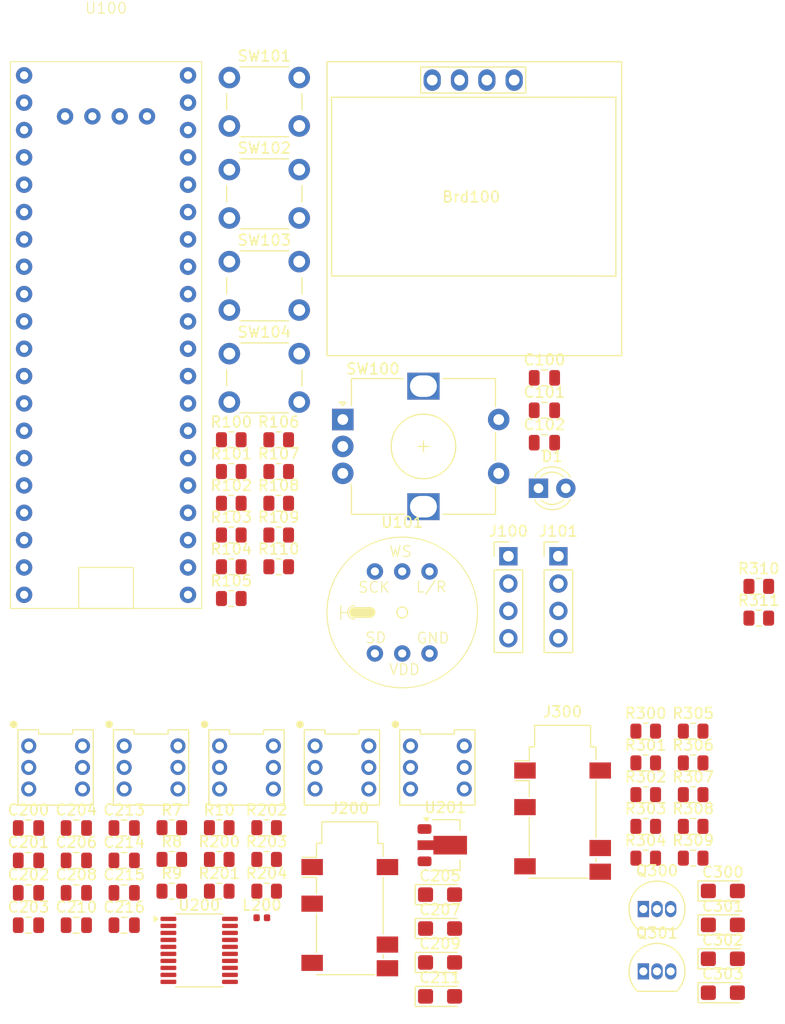
<source format=kicad_pcb>
(kicad_pcb (version 20240108) (generator "pcbnew") (generator_version "8.0")
  (layers (0 "F.Cu" signal) (31 "B.Cu" signal) (34 "B.Paste" user) (35 "F.Paste" user) (36 "B.SilkS" user "B.Silkscreen") (37 "F.SilkS" user "F.Silkscreen") (38 "B.Mask" user) (39 "F.Mask" user) (44 "Edge.Cuts" user))
  (net 0 "")
  (net 1 "I2C1_SCL")
  (net 2 "+3.3V")
  (net 3 "GND")
  (net 4 "I2C1_SDA")
  (net 5 "USR_SPK_MUTE_BTN")
  (net 6 "TIM3_CH1")
  (net 7 "TIM3_CH2")
  (net 8 "+5V")
  (net 9 "+5VA")
  (net 10 "/PCM5102/+5V_FILT")
  (net 11 "+3.3VA")
  (net 12 "/PCM5102/LDO")
  (net 13 "/PCM5102/NO_AMP_OUT_R")
  (net 14 "/PCM5102/NO_AMP_OUT_L")
  (net 15 "Net-(U200-CAPP)")
  (net 16 "Net-(U200-CAPM)")
  (net 17 "/PCM5102/VNEG")
  (net 18 "NO_AMP_R_CONNECTED")
  (net 19 "Net-(Q300-B)")
  (net 20 "Net-(Q300-C)")
  (net 21 "/headphone_amplifier/AMP_OUT_R")
  (net 22 "NO_AMP_L_CONNECTED")
  (net 23 "Net-(Q301-B)")
  (net 24 "Net-(Q301-C)")
  (net 25 "/headphone_amplifier/AMP_OUT_L")
  (net 26 "Net-(D1-K)")
  (net 27 "LED_MIC_MUTE")
  (net 28 "Net-(J100-Pin_3)")
  (net 29 "Net-(J100-Pin_4)")
  (net 30 "Net-(J100-Pin_2)")
  (net 31 "Net-(J100-Pin_1)")
  (net 32 "/MCU/USART1_RX")
  (net 33 "/MCU/USART1_TX")
  (net 34 "Net-(Q300-E)")
  (net 35 "Net-(Q301-E)")
  (net 36 "/PCM5102/LRCLK")
  (net 37 "I2S2_WS")
  (net 38 "I2S2_SD")
  (net 39 "/PCM5102/DIN")
  (net 40 "/PCM5102/BCK")
  (net 41 "I2S2_CK")
  (net 42 "/PCM5102/SCK_CFG")
  (net 43 "/PCM5102/SCK")
  (net 44 "Net-(R100-Pad1)")
  (net 45 "Net-(R102-Pad2)")
  (net 46 "USR_MIC_MUTE_BTN")
  (net 47 "USR_SCAN_NEXT_BTN")
  (net 48 "USR_SCAN_PREV_BTN")
  (net 49 "USR_PLAY_PAUSE_BTN")
  (net 50 "/PCM5102/OUTR")
  (net 51 "/PCM5102/OUTL")
  (net 52 "/PCM5102/NO_AMP_R_CONNECTED")
  (net 53 "/PCM5102/NO_AMP_L_CONNECTED")
  (net 54 "Net-(J300-PadRN)")
  (net 55 "Net-(J300-PadTN)")
  (net 58 "I2S2_MCK")
  (net 59 "/PCM5102/FLT_CFG")
  (net 62 "/PCM5102/DEMP_CFG")
  (net 64 "/PCM5102/XSMT_CFG")
  (net 66 "/PCM5102/FMT_CFG")
  (net 73 "I2S3_CK")
  (net 76 "I2S3_SD")
  (net 84 "I2S3_WS")
  (footprint "Connector_PinHeader_2.54mm:PinHeader_1x04_P2.54mm_Vertical" (layer "F.Cu") (at 154.855 89.95)
    (property "Reference" "J101" (at 0 -2.33 0) (layer "F.SilkS"))
    (property "Value" "Conn_01x04_Pin")
    (pad "1" thru_hole rect (at 0 0) (size 1.7 1.7) (drill 1) (layers "*.Cu" "*.Mask") (net 3 "GND"))
    (pad "2" thru_hole oval (at 0 2.54) (size 1.7 1.7) (drill 1) (layers "*.Cu" "*.Mask") (net 33 "/MCU/USART1_TX"))
    (pad "3" thru_hole oval (at 0 5.08) (size 1.7 1.7) (drill 1) (layers "*.Cu" "*.Mask") (net 32 "/MCU/USART1_RX"))
    (pad "4" thru_hole oval (at 0 7.62) (size 1.7 1.7) (drill 1) (layers "*.Cu" "*.Mask") (net 2 "+3.3V"))
  )
  (footprint "Resistor_SMD:R_0805_2012Metric" (layer "F.Cu") (at 162.975 115.05)
    (property "Reference" "R303" (at 0 -1.65 0) (layer "F.SilkS"))
    (property "Value" "22R")
    (pad "1" smd roundrect (at -0.9125 0) (size 1.025 1.4) (layers "F.Cu" "F.Paste" "F.Mask") (roundrect_rratio 0.243902) (net 34 "Net-(Q300-E)"))
    (pad "2" smd roundrect (at 0.9125 0) (size 1.025 1.4) (layers "F.Cu" "F.Paste" "F.Mask") (roundrect_rratio 0.243902) (net 3 "GND"))
  )
  (footprint "Button_Switch_THT:SW_PUSH_6mm" (layer "F.Cu") (at 124.255 62.58)
    (property "Reference" "SW103" (at 3.25 -2 0) (layer "F.SilkS"))
    (property "Value" "~")
    (pad "1" thru_hole circle (at 0 0 90) (size 2 2) (drill 1.1) (layers "*.Cu" "*.Mask") (net 48 "USR_SCAN_PREV_BTN"))
    (pad "1" thru_hole circle (at 6.5 0 90) (size 2 2) (drill 1.1) (layers "*.Cu" "*.Mask") (net 48 "USR_SCAN_PREV_BTN"))
    (pad "2" thru_hole circle (at 0 4.5 90) (size 2 2) (drill 1.1) (layers "*.Cu" "*.Mask") (net 2 "+3.3V"))
    (pad "2" thru_hole circle (at 6.5 4.5 90) (size 2 2) (drill 1.1) (layers "*.Cu" "*.Mask") (net 2 "+3.3V"))
  )
  (footprint "Resistor_SMD:R_0805_2012Metric" (layer "F.Cu") (at 124.435 82.08)
    (property "Reference" "R101" (at 0 -1.65 0) (layer "F.SilkS"))
    (property "Value" "10kR")
    (pad "1" smd roundrect (at -0.9125 0) (size 1.025 1.4) (layers "F.Cu" "F.Paste" "F.Mask") (roundrect_rratio 0.243902) (net 2 "+3.3V"))
    (pad "2" smd roundrect (at 0.9125 0) (size 1.025 1.4) (layers "F.Cu" "F.Paste" "F.Mask") (roundrect_rratio 0.243902) (net 44 "Net-(R100-Pad1)"))
  )
  (footprint "Resistor_SMD:R_0805_2012Metric" (layer "F.Cu") (at 167.385 115.05)
    (property "Reference" "R308" (at 0 -1.65 0) (layer "F.SilkS"))
    (property "Value" "100kR")
    (pad "1" smd roundrect (at -0.9125 0) (size 1.025 1.4) (layers "F.Cu" "F.Paste" "F.Mask") (roundrect_rratio 0.243902) (net 54 "Net-(J300-PadRN)"))
    (pad "2" smd roundrect (at 0.9125 0) (size 1.025 1.4) (layers "F.Cu" "F.Paste" "F.Mask") (roundrect_rratio 0.243902) (net 3 "GND"))
  )
  (footprint "Resistor_SMD:R_0805_2012Metric" (layer "F.Cu") (at 123.315 118.12)
    (property "Reference" "R200" (at 0 -1.65 0) (layer "F.SilkS"))
    (property "Value" "10R")
    (pad "1" smd roundrect (at -0.9125 0) (size 1.025 1.4) (layers "F.Cu" "F.Paste" "F.Mask") (roundrect_rratio 0.243902) (net 10 "/PCM5102/+5V_FILT"))
    (pad "2" smd roundrect (at 0.9125 0) (size 1.025 1.4) (layers "F.Cu" "F.Paste" "F.Mask") (roundrect_rratio 0.243902) (net 9 "+5VA"))
  )
  (footprint "stm32f401_pcm5102_shiled_lib:SW_DPDT_XLX" (layer "F.Cu") (at 143.6 109.575)
    (property "Reference" "SW204" (hide yes))
    (property "Value" "SW_DPDT_XLX")
    (pad "1" thru_hole oval (at -2.5 -2 270) (size 1.4 1.4) (drill 0.8) (layers "B.Cu") (net 2 "+3.3V"))
    (pad "2" thru_hole oval (at -2.5 0 270) (size 1.4 1.4) (drill 0.8) (layers "B.Cu"))
    (pad "3" thru_hole oval (at -2.5 2 270) (size 1.4 1.4) (drill 0.8) (layers "B.Cu") (net 3 "GND"))
    (pad "4" thru_hole oval (at 2.5 -2 270) (size 1.4 1.4) (drill 0.8) (layers "B.Cu") (net 2 "+3.3V"))
    (pad "5" thru_hole oval (at 2.5 0 270) (size 1.4 1.4) (drill 0.8) (layers "B.Cu") (net 66 "/PCM5102/FMT_CFG"))
    (pad "6" thru_hole oval (at 2.5 2 270) (size 1.4 1.4) (drill 0.8) (layers "B.Cu") (net 3 "GND"))
  )
  (footprint "Resistor_SMD:R_0805_2012Metric" (layer "F.Cu") (at 128.845 85.03)
    (property "Reference" "R108" (at 0 -1.65 0) (layer "F.SilkS"))
    (property "Value" "10kR")
    (pad "1" smd roundrect (at -0.9125 0) (size 1.025 1.4) (layers "F.Cu" "F.Paste" "F.Mask") (roundrect_rratio 0.243902) (net 48 "USR_SCAN_PREV_BTN"))
    (pad "2" smd roundrect (at 0.9125 0) (size 1.025 1.4) (layers "F.Cu" "F.Paste" "F.Mask") (roundrect_rratio 0.243902) (net 3 "GND"))
  )
  (footprint "Capacitor_SMD:C_0805_2012Metric" (layer "F.Cu") (at 110.025 115.2)
    (property "Reference" "C204" (at 0 -1.68 0) (layer "F.SilkS"))
    (property "Value" "100nF")
    (pad "1" smd roundrect (at -0.95 0) (size 1 1.45) (layers "F.Cu" "F.Paste" "F.Mask") (net 11 "+3.3VA"))
    (pad "2" smd roundrect (at 0.95 0) (size 1 1.45) (layers "F.Cu" "F.Paste" "F.Mask") (net 3 "GND"))
  )
  (footprint "Resistor_SMD:R_0805_2012Metric" (layer "F.Cu") (at 162.975 112.1)
    (property "Reference" "R302" (at 0 -1.65 0) (layer "F.SilkS"))
    (property "Value" "100R")
    (pad "1" smd roundrect (at -0.9125 0) (size 1.025 1.4) (layers "F.Cu" "F.Paste" "F.Mask") (roundrect_rratio 0.243902) (net 9 "+5VA"))
    (pad "2" smd roundrect (at 0.9125 0) (size 1.025 1.4) (layers "F.Cu" "F.Paste" "F.Mask") (roundrect_rratio 0.243902) (net 20 "Net-(Q300-C)"))
  )
  (footprint "Connector_Audio:Jack_3.5mm_PJ311_Horizontal" (layer "F.Cu") (at 155.245 114.56)
    (property "Reference" "J300" (at 0 -10.16 0) (layer "F.SilkS"))
    (property "Value" "AudioJack3_Ground_SwitchTR")
    (pad "" np_thru_hole circle (at 0 -4.3) (size 1.5 1.5) (drill 1.5) (layers "*.Cu" "*.Mask"))
    (pad "" np_thru_hole circle (at 0 2.7) (size 1.5 1.5) (drill 1.5) (layers "*.Cu" "*.Mask"))
    (pad "1" smd rect (at -3.5 -4.7) (size 2 1.5) (layers "F.Cu" "F.Paste" "F.Mask"))
    (pad "2" smd rect (at 3.5 -4.7) (size 2 1.5) (layers "F.Cu" "F.Paste" "F.Mask"))
    (pad "3" smd rect (at -3.5 -1.3) (size 2 1.5) (layers "F.Cu" "F.Paste" "F.Mask"))
    (pad "4" smd rect (at 3.5 2.5) (size 2 1.5) (layers "F.Cu" "F.Paste" "F.Mask"))
    (pad "5" smd rect (at 3.5 4.7) (size 2 1.5) (layers "F.Cu" "F.Paste" "F.Mask"))
    (pad "6" smd rect (at -3.5 4.2) (size 2 1.5) (layers "F.Cu" "F.Paste" "F.Mask"))
  )
  (footprint "Resistor_SMD:R_0805_2012Metric" (layer "F.Cu") (at 124.435 85.03)
    (property "Reference" "R102" (at 0 -1.65 0) (layer "F.SilkS"))
    (property "Value" "10kR")
    (pad "1" smd roundrect (at -0.9125 0) (size 1.025 1.4) (layers "F.Cu" "F.Paste" "F.Mask") (roundrect_rratio 0.243902) (net 2 "+3.3V"))
    (pad "2" smd roundrect (at 0.9125 0) (size 1.025 1.4) (layers "F.Cu" "F.Paste" "F.Mask") (roundrect_rratio 0.243902) (net 45 "Net-(R102-Pad2)"))
  )
  (footprint "stm32f401_pcm5102_shiled_lib:SW_DPDT_XLX" (layer "F.Cu") (at 125.85 109.575)
    (property "Reference" "SW202" (hide yes))
    (property "Value" "SW_DPDT_XLX")
    (pad "1" thru_hole oval (at -2.5 -2 270) (size 1.4 1.4) (drill 0.8) (layers "B.Cu") (net 2 "+3.3V"))
    (pad "2" thru_hole oval (at -2.5 0 270) (size 1.4 1.4) (drill 0.8) (layers "B.Cu"))
    (pad "3" thru_hole oval (at -2.5 2 270) (size 1.4 1.4) (drill 0.8) (layers "B.Cu") (net 3 "GND"))
    (pad "4" thru_hole oval (at 2.5 -2 270) (size 1.4 1.4) (drill 0.8) (layers "B.Cu") (net 2 "+3.3V"))
    (pad "5" thru_hole oval (at 2.5 0 270) (size 1.4 1.4) (drill 0.8) (layers "B.Cu") (net 62 "/PCM5102/DEMP_CFG"))
    (pad "6" thru_hole oval (at 2.5 2 270) (size 1.4 1.4) (drill 0.8) (layers "B.Cu") (net 3 "GND"))
  )
  (footprint "Capacitor_SMD:C_0805_2012Metric" (layer "F.Cu") (at 153.555 76.39)
    (property "Reference" "C101" (at 0 -1.68 0) (layer "F.SilkS"))
    (property "Value" "100nF")
    (pad "1" smd roundrect (at -0.95 0) (size 1 1.45) (layers "F.Cu" "F.Paste" "F.Mask") (net 6 "TIM3_CH1"))
    (pad "2" smd roundrect (at 0.95 0) (size 1 1.45) (layers "F.Cu" "F.Paste" "F.Mask") (net 3 "GND"))
  )
  (footprint "Resistor_SMD:R_0805_2012Metric" (layer "F.Cu") (at 118.905 115.17)
    (property "Reference" "R7" (at 0 -1.65 0) (layer "F.SilkS"))
    (property "Value" "22R")
    (pad "1" smd roundrect (at -0.9125 0) (size 1.025 1.4) (layers "F.Cu" "F.Paste" "F.Mask") (roundrect_rratio 0.243902) (net 37 "I2S2_WS"))
    (pad "2" smd roundrect (at 0.9125 0) (size 1.025 1.4) (layers "F.Cu" "F.Paste" "F.Mask") (roundrect_rratio 0.243902) (net 36 "/PCM5102/LRCLK"))
  )
  (footprint "Capacitor_SMD:C_0805_2012Metric" (layer "F.Cu") (at 153.555 73.38)
    (property "Reference" "C100" (at 0 -1.68 0) (layer "F.SilkS"))
    (property "Value" "100nF")
    (pad "1" smd roundrect (at -0.95 0) (size 1 1.45) (layers "F.Cu" "F.Paste" "F.Mask") (net 5 "USR_SPK_MUTE_BTN"))
    (pad "2" smd roundrect (at 0.95 0) (size 1 1.45) (layers "F.Cu" "F.Paste" "F.Mask") (net 3 "GND"))
  )
  (footprint "Resistor_SMD:R_0805_2012Metric" (layer "F.Cu") (at 118.905 118.12)
    (property "Reference" "R8" (at 0 -1.65 0) (layer "F.SilkS"))
    (property "Value" "22R")
    (pad "1" smd roundrect (at -0.9125 0) (size 1.025 1.4) (layers "F.Cu" "F.Paste" "F.Mask") (roundrect_rratio 0.243902) (net 38 "I2S2_SD"))
    (pad "2" smd roundrect (at 0.9125 0) (size 1.025 1.4) (layers "F.Cu" "F.Paste" "F.Mask") (roundrect_rratio 0.243902) (net 39 "/PCM5102/DIN"))
  )
  (footprint "Resistor_SMD:R_0805_2012Metric" (layer "F.Cu") (at 173.4875 92.75)
    (property "Reference" "R310" (at 0 -1.65 0) (layer "F.SilkS"))
    (property "Value" "100kR")
    (pad "1" smd roundrect (at -0.9125 0) (size 1.025 1.4) (layers "F.Cu" "F.Paste" "F.Mask") (roundrect_rratio 0.243902) (net 3 "GND"))
    (pad "2" smd roundrect (at 0.9125 0) (size 1.025 1.4) (layers "F.Cu" "F.Paste" "F.Mask") (roundrect_rratio 0.243902) (net 18 "NO_AMP_R_CONNECTED"))
  )
  (footprint "LED_THT:LED_D3.0mm" (layer "F.Cu") (at 153.005 83.64)
    (property "Reference" "D1" (at 1.27 -2.96 0) (layer "F.SilkS"))
    (property "Value" "LED")
    (pad "1" thru_hole rect (at 0 0) (size 1.8 1.8) (drill 0.9) (layers "*.Cu" "*.Mask") (net 26 "Net-(D1-K)"))
    (pad "2" thru_hole circle (at 2.54 0) (size 1.8 1.8) (drill 0.9) (layers "*.Cu" "*.Mask") (net 27 "LED_MIC_MUTE"))
  )
  (footprint "Capacitor_Tantalum_SMD:CP_EIA-3216-18_Kemet-A" (layer "F.Cu") (at 170.15 130.5)
    (property "Reference" "C303" (at 0 -1.75 0) (layer "F.SilkS"))
    (property "Value" "10uF")
    (pad "1" smd roundrect (at -1.35 0) (size 1.4 1.35) (layers "F.Cu" "F.Paste" "F.Mask") (roundrect_rratio 0.185185) (net 24 "Net-(Q301-C)"))
    (pad "2" smd roundrect (at 1.35 0) (size 1.4 1.35) (layers "F.Cu" "F.Paste" "F.Mask") (roundrect_rratio 0.185185) (net 25 "/headphone_amplifier/AMP_OUT_L"))
  )
  (footprint "Package_SO:TSSOP-20_4.4x6.5mm_P0.65mm" (layer "F.Cu") (at 121.45 126.57)
    (property "Reference" "U200" (at 0 -4.2 0) (layer "F.SilkS"))
    (property "Value" "PCM5102A")
    (pad "1" smd roundrect (at -2.8625 -2.925) (size 1.475 0.4) (layers "F.Cu" "F.Paste" "F.Mask") (net 11 "+3.3VA"))
    (pad "2" smd roundrect (at -2.8625 -2.275) (size 1.475 0.4) (layers "F.Cu" "F.Paste" "F.Mask") (net 15 "Net-(U200-CAPP)"))
    (pad "3" smd roundrect (at -2.8625 -1.625) (size 1.475 0.4) (layers "F.Cu" "F.Paste" "F.Mask") (net 3 "GND"))
    (pad "4" smd roundrect (at -2.8625 -0.975) (size 1.475 0.4) (layers "F.Cu" "F.Paste" "F.Mask") (net 16 "Net-(U200-CAPM)"))
    (pad "5" smd roundrect (at -2.8625 -0.325) (size 1.475 0.4) (layers "F.Cu" "F.Paste" "F.Mask") (net 17 "/PCM5102/VNEG"))
    (pad "6" smd roundrect (at -2.8625 0.325) (size 1.475 0.4) (layers "F.Cu" "F.Paste" "F.Mask") (net 51 "/PCM5102/OUTL"))
    (pad "7" smd roundrect (at -2.8625 0.975) (size 1.475 0.4) (layers "F.Cu" "F.Paste" "F.Mask") (net 50 "/PCM5102/OUTR"))
    (pad "8" smd roundrect (at -2.8625 1.625) (size 1.475 0.4) (layers "F.Cu" "F.Paste" "F.Mask") (net 11 "+3.3VA"))
    (pad "9" smd roundrect (at -2.8625 2.275) (size 1.475 0.4) (layers "F.Cu" "F.Paste" "F.Mask") (net 3 "GND"))
    (pad "10" smd roundrect (at -2.8625 2.925) (size 1.475 0.4) (layers "F.Cu" "F.Paste" "F.Mask") (net 62 "/PCM5102/DEMP_CFG"))
    (pad "11" smd roundrect (at 2.8625 2.925) (size 1.475 0.4) (layers "F.Cu" "F.Paste" "F.Mask") (net 59 "/PCM5102/FLT_CFG"))
    (pad "12" smd roundrect (at 2.8625 2.275) (size 1.475 0.4) (layers "F.Cu" "F.Paste" "F.Mask") (net 43 "/PCM5102/SCK"))
    (pad "13" smd roundrect (at 2.8625 1.625) (size 1.475 0.4) (layers "F.Cu" "F.Paste" "F.Mask") (net 40 "/PCM5102/BCK"))
    (pad "14" smd roundrect (at 2.8625 0.975) (size 1.475 0.4) (layers "F.Cu" "F.Paste" "F.Mask") (net 39 "/PCM5102/DIN"))
    (pad "15" smd roundrect (at 2.8625 0.325) (size 1.475 0.4) (layers "F.Cu" "F.Paste" "F.Mask") (net 36 "/PCM5102/LRCLK"))
    (pad "16" smd roundrect (at 2.8625 -0.325) (size 1.475 0.4) (layers "F.Cu" "F.Paste" "F.Mask") (net 66 "/PCM5102/FMT_CFG"))
    (pad "17" smd roundrect (at 2.8625 -0.975) (size 1.475 0.4) (layers "F.Cu" "F.Paste" "F.Mask") (net 64 "/PCM5102/XSMT_CFG"))
    (pad "18" smd roundrect (at 2.8625 -1.625) (size 1.475 0.4) (layers "F.Cu" "F.Paste" "F.Mask") (net 12 "/PCM5102/LDO"))
    (pad "19" smd roundrect (at 2.8625 -2.275) (size 1.475 0.4) (layers "F.Cu" "F.Paste" "F.Mask") (net 3 "GND"))
    (pad "20" smd roundrect (at 2.8625 -2.925) (size 1.475 0.4) (layers "F.Cu" "F.Paste" "F.Mask") (net 2 "+3.3V"))
  )
  (footprint "stm32f401_pcm5102_shiled_lib:SW_DPDT_XLX" (layer "F.Cu") (at 134.725 109.575)
    (property "Reference" "SW203" (hide yes))
    (property "Value" "SW_DPDT_XLX")
    (pad "1" thru_hole oval (at -2.5 -2 270) (size 1.4 1.4) (drill 0.8) (layers "B.Cu") (net 2 "+3.3V"))
    (pad "2" thru_hole oval (at -2.5 0 270) (size 1.4 1.4) (drill 0.8) (layers "B.Cu"))
    (pad "3" thru_hole oval (at -2.5 2 270) (size 1.4 1.4) (drill 0.8) (layers "B.Cu") (net 3 "GND"))
    (pad "4" thru_hole oval (at 2.5 -2 270) (size 1.4 1.4) (drill 0.8) (layers "B.Cu") (net 2 "+3.3V"))
    (pad "5" thru_hole oval (at 2.5 0 270) (size 1.4 1.4) (drill 0.8) (layers "B.Cu") (net 64 "/PCM5102/XSMT_CFG"))
    (pad "6" thru_hole oval (at 2.5 2 270) (size 1.4 1.4) (drill 0.8) (layers "B.Cu") (net 3 "GND"))
  )
  (footprint "Capacitor_SMD:C_0805_2012Metric" (layer "F.Cu") (at 110.025 124.23)
    (property "Reference" "C210" (at 0 -1.68 0) (layer "F.SilkS"))
    (property "Value" "100nF")
    (pad "1" smd roundrect (at -0.95 0) (size 1 1.45) (layers "F.Cu" "F.Paste" "F.Mask") (net 12 "/PCM5102/LDO"))
    (pad "2" smd roundrect (at 0.95 0) (size 1 1.45) (layers "F.Cu" "F.Paste" "F.Mask") (net 3 "GND"))
  )
  (footprint "Resistor_SMD:R_0805_2012Metric" (layer "F.Cu") (at 128.845 90.93)
    (property "Reference" "R110" (at 0 -1.65 0) (layer "F.SilkS"))
    (property "Value" "1kR")
    (pad "1" smd roundrect (at -0.9125 0) (size 1.025 1.4) (layers "F.Cu" "F.Paste" "F.Mask") (roundrect_rratio 0.243902) (net 26 "Net-(D1-K)"))
    (pad "2" smd roundrect (at 0.9125 0) (size 1.025 1.4) (layers "F.Cu" "F.Paste" "F.Mask") (roundrect_rratio 0.243902) (net 3 "GND"))
  )
  (footprint "Capacitor_SMD:C_0805_2012Metric" (layer "F.Cu") (at 110.025 118.21)
    (property "Reference" "C206" (at 0 -1.68 0) (layer "F.SilkS"))
    (property "Value" "100nF")
    (pad "1" smd roundrect (at -0.95 0) (size 1 1.45) (layers "F.Cu" "F.Paste" "F.Mask") (net 11 "+3.3VA"))
    (pad "2" smd roundrect (at 0.95 0) (size 1 1.45) (layers "F.Cu" "F.Paste" "F.Mask") (net 3 "GND"))
  )
  (footprint "Resistor_SMD:R_0805_2012Metric" (layer "F.Cu") (at 124.435 90.93)
    (property "Reference" "R104" (at 0 -1.65 0) (layer "F.SilkS"))
    (property "Value" "10kR")
    (pad "1" smd roundrect (at -0.9125 0) (size 1.025 1.4) (layers "F.Cu" "F.Paste" "F.Mask") (roundrect_rratio 0.243902) (net 7 "TIM3_CH2"))
    (pad "2" smd roundrect (at 0.9125 0) (size 1.025 1.4) (layers "F.Cu" "F.Paste" "F.Mask") (roundrect_rratio 0.243902) (net 45 "Net-(R102-Pad2)"))
  )
  (footprint "Resistor_SMD:R_0805_2012Metric" (layer "F.Cu") (at 123.315 115.17)
    (property "Reference" "R10" (at 0 -1.65 0) (layer "F.SilkS"))
    (property "Value" "22R")
    (pad "1" smd roundrect (at -0.9125 0) (size 1.025 1.4) (layers "F.Cu" "F.Paste" "F.Mask") (roundrect_rratio 0.243902) (net 42 "/PCM5102/SCK_CFG"))
    (pad "2" smd roundrect (at 0.9125 0) (size 1.025 1.4) (layers "F.Cu" "F.Paste" "F.Mask") (roundrect_rratio 0.243902) (net 43 "/PCM5102/SCK"))
  )
  (footprint "Resistor_SMD:R_0805_2012Metric" (layer "F.Cu") (at 167.385 112.1)
    (property "Reference" "R307" (at 0 -1.65 0) (layer "F.SilkS"))
    (property "Value" "22R")
    (pad "1" smd roundrect (at -0.9125 0) (size 1.025 1.4) (layers "F.Cu" "F.Paste" "F.Mask") (roundrect_rratio 0.243902) (net 35 "Net-(Q301-E)"))
    (pad "2" smd roundrect (at 0.9125 0) (size 1.025 1.4) (layers "F.Cu" "F.Paste" "F.Mask") (roundrect_rratio 0.243902) (net 3 "GND"))
  )
  (footprint "Button_Switch_THT:SW_PUSH_6mm" (layer "F.Cu") (at 124.255 54.03)
    (property "Reference" "SW102" (at 3.25 -2 0) (layer "F.SilkS"))
    (property "Value" "~")
    (pad "1" thru_hole circle (at 0 0 90) (size 2 2) (drill 1.1) (layers "*.Cu" "*.Mask") (net 47 "USR_SCAN_NEXT_BTN"))
    (pad "1" thru_hole circle (at 6.5 0 90) (size 2 2) (drill 1.1) (layers "*.Cu" "*.Mask") (net 47 "USR_SCAN_NEXT_BTN"))
    (pad "2" thru_hole circle (at 0 4.5 90) (size 2 2) (drill 1.1) (layers "*.Cu" "*.Mask") (net 2 "+3.3V"))
    (pad "2" thru_hole circle (at 6.5 4.5 90) (size 2 2) (drill 1.1) (layers "*.Cu" "*.Mask") (net 2 "+3.3V"))
  )
  (footprint "Resistor_SMD:R_0805_2012Metric" (layer "F.Cu") (at 167.385 109.15)
    (property "Reference" "R306" (at 0 -1.65 0) (layer "F.SilkS"))
    (property "Value" "100R")
    (pad "1" smd roundrect (at -0.9125 0) (size 1.025 1.4) (layers "F.Cu" "F.Paste" "F.Mask") (roundrect_rratio 0.243902) (net 9 "+5VA"))
    (pad "2" smd roundrect (at 0.9125 0) (size 1.025 1.4) (layers "F.Cu" "F.Paste" "F.Mask") (roundrect_rratio 0.243902) (net 24 "Net-(Q301-C)"))
  )
  (footprint "Resistor_SMD:R_0805_2012Metric" (layer "F.Cu") (at 173.4875 95.7)
    (property "Reference" "R311" (at 0 -1.65 0) (layer "F.SilkS"))
    (property "Value" "100kR")
    (pad "1" smd roundrect (at -0.9125 0) (size 1.025 1.4) (layers "F.Cu" "F.Paste" "F.Mask") (roundrect_rratio 0.243902) (net 3 "GND"))
    (pad "2" smd roundrect (at 0.9125 0) (size 1.025 1.4) (layers "F.Cu" "F.Paste" "F.Mask") (roundrect_rratio 0.243902) (net 22 "NO_AMP_L_CONNECTED"))
  )
  (footprint "Rotary_Encoder:RotaryEncoder_Alps_EC12E-Switch_Vertical_H20mm" (layer "F.Cu") (at 134.805 77.25)
    (property "Reference" "SW100" (at 2.8 -4.7 0) (layer "F.SilkS"))
    (property "Value" "RotaryEncoder_Switch_MP")
    (pad "A" thru_hole rect (at 0 0) (size 2 2) (drill 1) (layers "*.Cu" "*.Mask") (net 45 "Net-(R102-Pad2)"))
    (pad "B" thru_hole circle (at 0 5) (size 2 2) (drill 1) (layers "*.Cu" "*.Mask") (net 45 "Net-(R102-Pad2)"))
    (pad "C" thru_hole circle (at 0 2.5) (size 2 2) (drill 1) (layers "*.Cu" "*.Mask") (net 3 "GND"))
    (pad "MP" thru_hole rect (at 7.5 -3.1) (size 3 2.5) (drill oval 2.5 2) (layers "*.Cu" "*.Mask"))
    (pad "MP" thru_hole rect (at 7.5 8.1) (size 3 2.5) (drill oval 2.5 2) (layers "*.Cu" "*.Mask"))
    (pad "S1" thru_hole circle (at 14.5 0) (size 2 2) (drill 1) (layers "*.Cu" "*.Mask") (net 3 "GND"))
    (pad "S2" thru_hole circle (at 14.5 5) (size 2 2) (drill 1) (layers "*.Cu" "*.Mask") (net 44 "Net-(R100-Pad1)"))
  )
  (footprint "Resistor_SMD:R_0805_2012Metric" (layer "F.Cu") (at 162.975 106.2)
    (property "Reference" "R300" (at 0 -1.65 0) (layer "F.SilkS"))
    (property "Value" "3k3R")
    (pad "1" smd roundrect (at -0.9125 0) (size 1.025 1.4) (layers "F.Cu" "F.Paste" "F.Mask") (roundrect_rratio 0.243902) (net 9 "+5VA"))
    (pad "2" smd roundrect (at 0.9125 0) (size 1.025 1.4) (layers "F.Cu" "F.Paste" "F.Mask") (roundrect_rratio 0.243902) (net 19 "Net-(Q300-B)"))
  )
  (footprint "Capacitor_SMD:C_0805_2012Metric" (layer "F.Cu") (at 105.575 121.22)
    (property "Reference" "C202" (at 0 -1.68 0) (layer "F.SilkS"))
    (property "Value" "22uF")
    (pad "1" smd roundrect (at -0.95 0) (size 1 1.45) (layers "F.Cu" "F.Paste" "F.Mask") (net 10 "/PCM5102/+5V_FILT"))
    (pad "2" smd roundrect (at 0.95 0) (size 1 1.45) (layers "F.Cu" "F.Paste" "F.Mask") (net 3 "GND"))
  )
  (footprint "Capacitor_SMD:C_0805_2012Metric" (layer "F.Cu") (at 114.475 118.21)
    (property "Reference" "C214" (at 0 -1.68 0) (layer "F.SilkS"))
    (property "Value" "2.2nF")
    (pad "1" smd roundrect (at -0.95 0) (size 1 1.45) (layers "F.Cu" "F.Paste" "F.Mask") (net 14 "/PCM5102/NO_AMP_OUT_L"))
    (pad "2" smd roundrect (at 0.95 0) (size 1 1.45) (layers "F.Cu" "F.Paste" "F.Mask") (net 3 "GND"))
  )
  (footprint "Resistor_SMD:R_0805_2012Metric" (layer "F.Cu") (at 127.725 121.07)
    (property "Reference" "R204" (at 0 -1.65 0) (layer "F.SilkS"))
    (property "Value" "10R")
    (pad "1" smd roundrect (at -0.9125 0) (size 1.025 1.4) (layers "F.Cu" "F.Paste" "F.Mask") (roundrect_rratio 0.243902) (net 3 "GND"))
    (pad "2" smd roundrect (at 0.9125 0) (size 1.025 1.4) (layers "F.Cu" "F.Paste" "F.Mask") (roundrect_rratio 0.243902) (net 53 "/PCM5102/NO_AMP_L_CONNECTED"))
  )
  (footprint "Inductor_SMD:L_0402_1005Metric" (layer "F.Cu") (at 127.275 123.54)
    (property "Reference" "L200" (at 0 -1.17 0) (layer "F.SilkS"))
    (property "Value" "10nH")
    (pad "1" smd roundrect (at -0.485 0) (size 0.59 0.64) (layers "F.Cu" "F.Paste" "F.Mask") (net 8 "+5V"))
    (pad "2" smd roundrect (at 0.485 0) (size 0.59 0.64) (layers "F.Cu" "F.Paste" "F.Mask") (net 9 "+5VA"))
  )
  (footprint "Button_Switch_THT:SW_PUSH_6mm" (layer "F.Cu") (at 124.255 71.13)
    (property "Reference" "SW104" (at 3.25 -2 0) (layer "F.SilkS"))
    (property "Value" "~")
    (pad "1" thru_hole circle (at 0 0 90) (size 2 2) (drill 1.1) (layers "*.Cu" "*.Mask") (net 49 "USR_PLAY_PAUSE_BTN"))
    (pad "1" thru_hole circle (at 6.5 0 90) (size 2 2) (drill 1.1) (layers "*.Cu" "*.Mask") (net 49 "USR_PLAY_PAUSE_BTN"))
    (pad "2" thru_hole circle (at 0 4.5 90) (size 2 2) (drill 1.1) (layers "*.Cu" "*.Mask") (net 2 "+3.3V"))
    (pad "2" thru_hole circle (at 6.5 4.5 90) (size 2 2) (drill 1.1) (layers "*.Cu" "*.Mask") (net 2 "+3.3V"))
  )
  (footprint "Resistor_SMD:R_0805_2012Metric" (layer "F.Cu") (at 167.385 106.2)
    (property "Reference" "R305" (at 0 -1.65 0) (layer "F.SilkS"))
    (property "Value" "1kR")
    (pad "1" smd roundrect (at -0.9125 0) (size 1.025 1.4) (layers "F.Cu" "F.Paste" "F.Mask") (roundrect_rratio 0.243902) (net 23 "Net-(Q301-B)"))
    (pad "2" smd roundrect (at 0.9125 0) (size 1.025 1.4) (layers "F.Cu" "F.Paste" "F.Mask") (roundrect_rratio 0.243902) (net 3 "GND"))
  )
  (footprint "Capacitor_Tantalum_SMD:CP_EIA-3216-18_Kemet-A" (layer "F.Cu") (at 143.85 124.54)
    (property "Reference" "C207" (at 0 -1.75 0) (layer "F.SilkS"))
    (property "Value" "10uF")
    (pad "1" smd roundrect (at -1.35 0) (size 1.4 1.35) (layers "F.Cu" "F.Paste" "F.Mask") (roundrect_rratio 0.185185) (net 11 "+3.3VA"))
    (pad "2" smd roundrect (at 1.35 0) (size 1.4 1.35) (layers "F.Cu" "F.Paste" "F.Mask") (roundrect_rratio 0.185185) (net 3 "GND"))
  )
  (footprint "Package_TO_SOT_THT:TO-92_Inline" (layer "F.Cu") (at 162.755 122.73)
    (property "Reference" "Q300" (at 1.27 -3.56 0) (layer "F.SilkS"))
    (property "Value" "BC337")
    (pad "1" thru_hole rect (at 0 0) (size 1.05 1.5) (drill 0.75) (layers "*.Cu" "*.Mask") (net 20 "Net-(Q300-C)"))
    (pad "2" thru_hole oval (at 1.27 0) (size 1.05 1.5) (drill 0.75) (layers "*.Cu" "*.Mask") (net 19 "Net-(Q300-B)"))
    (pad "3" thru_hole oval (at 2.54 0) (size 1.05 1.5) (drill 0.75) (layers "*.Cu" "*.Mask") (net 34 "Net-(Q300-E)"))
  )
  (footprint "Resistor_SMD:R_0805_2012Metric" (layer "F.Cu") (at 128.845 82.08)
    (property "Reference" "R107" (at 0 -1.65 0) (layer "F.SilkS"))
    (property "Value" "10kR")
    (pad "1" smd roundrect (at -0.9125 0) (size 1.025 1.4) (layers "F.Cu" "F.Paste" "F.Mask") (roundrect_rratio 0.243902) (net 47 "USR_SCAN_NEXT_BTN"))
    (pad "2" smd roundrect (at 0.9125 0) (size 1.025 1.4) (layers "F.Cu" "F.Paste" "F.Mask") (roundrect_rratio 0.243902) (net 3 "GND"))
  )
  (footprint "Resistor_SMD:R_0805_2012Metric" (layer "F.Cu") (at 123.315 121.07)
    (property "Reference" "R201" (at 0 -1.65 0) (layer "F.SilkS"))
    (property "Value" "470R")
    (pad "1" smd roundrect (at -0.9125 0) (size 1.025 1.4) (layers "F.Cu" "F.Paste" "F.Mask") (roundrect_rratio 0.243902) (net 50 "/PCM5102/OUTR"))
    (pad "2" smd roundrect (at 0.9125 0) (size 1.025 1.4) (layers "F.Cu" "F.Paste" "F.Mask") (roundrect_rratio 0.243902) (net 13 "/PCM5102/NO_AMP_OUT_R"))
  )
  (footprint "Capacitor_Tantalum_SMD:CP_EIA-3216-18_Kemet-A" (layer "F.Cu") (at 143.85 121.39)
    (property "Reference" "C205" (at 0 -1.75 0) (layer "F.SilkS"))
    (property "Value" "10uF")
    (pad "1" smd roundrect (at -1.35 0) (size 1.4 1.35) (layers "F.Cu" "F.Paste" "F.Mask") (roundrect_rratio 0.185185) (net 11 "+3.3VA"))
    (pad "2" smd roundrect (at 1.35 0) (size 1.4 1.35) (layers "F.Cu" "F.Paste" "F.Mask") (roundrect_rratio 0.185185) (net 3 "GND"))
  )
  (footprint "Resistor_SMD:R_0805_2012Metric" (layer "F.Cu") (at 162.975 109.15)
    (property "Reference" "R301" (at 0 -1.65 0) (layer "F.SilkS"))
    (property "Value" "1kR")
    (pad "1" smd roundrect (at -0.9125 0) (size 1.025 1.4) (layers "F.Cu" "F.Paste" "F.Mask") (roundrect_rratio 0.243902) (net 19 "Net-(Q300-B)"))
    (pad "2" smd roundrect (at 0.9125 0) (size 1.025 1.4) (layers "F.Cu" "F.Paste" "F.Mask") (roundrect_rratio 0.243902) (net 3 "GND"))
  )
  (footprint "stm32f401_pcm5102_shiled_lib:inmp441" (layer "F.Cu") (at 140.33 95.175)
    (property "Reference" "U101" (at 0 -8.382 0) (layer "F.SilkS"))
    (property "Value" "INMP411")
    (fp_text user "WS" (at -1.27 -5.08 0) (layer "F.SilkS") (effects (font (thickness 0.1)) (justify left bottom)))
    (fp_text user "SCK" (at -4.156642 -1.750172 0) (layer "F.SilkS") (effects (font (thickness 0.1)) (justify left bottom)))
    (fp_text user "VDD" (at -1.287056 5.892585 0) (layer "F.SilkS") (effects (font (thickness 0.1)) (justify left bottom)))
    (fp_text user "L/R" (at 1.213176 -1.778584 0) (layer "F.SilkS") (effects (font (thickness 0.1)) (justify left bottom)))
    (fp_text user "GND" (at 1.269999 2.966176 0) (layer "F.SilkS") (effects (font (thickness 0.1)) (justify left bottom)))
    (fp_text user "SD" (at -3.503172 2.937764 0) (layer "F.SilkS") (effects (font (thickness 0.1)) (justify left bottom)))
    (pad "1" thru_hole circle (at 0 3.81) (size 1.524 1.524) (drill 0.762) (layers "*.Cu" "*.Mask") (net 2 "+3.3V"))
    (pad "2" thru_hole circle (at 2.54 3.81) (size 1.524 1.524) (drill 0.762) (layers "*.Cu" "*.Mask") (net 3 "GND"))
    (pad "3" thru_hole circle (at -2.54 -3.81) (size 1.524 1.524) (drill 0.762) (layers "*.Cu" "*.Mask") (net 73 "I2S3_CK"))
    (pad "4" thru_hole circle (at -2.54 3.81) (size 1.524 1.524) (drill 0.762) (layers "*.Cu" "*.Mask") (net 76 "I2S3_SD"))
    (pad "5" thru_hole circle (at 0 -3.81) (size 1.524 1.524) (drill 0.762) (layers "*.Cu" "*.Mask") (net 84 "I2S3_WS"))
    (pad "6" thru_hole circle (at 2.54 -3.81) (size 1.524 1.524) (drill 0.762) (layers "*.Cu" "*.Mask") (net 3 "GND"))
  )
  (footprint "Button_Switch_THT:SW_PUSH_6mm" (layer "F.Cu") (at 124.255 45.48)
    (property "Reference" "SW101" (at 3.25 -2 0) (layer "F.SilkS"))
    (property "Value" "~")
    (pad "1" thru_hole circle (at 0 0 90) (size 2 2) (drill 1.1) (layers "*.Cu" "*.Mask") (net 46 "USR_MIC_MUTE_BTN"))
    (pad "1" thru_hole circle (at 6.5 0 90) (size 2 2) (drill 1.1) (layers "*.Cu" "*.Mask") (net 46 "USR_MIC_MUTE_BTN"))
    (pad "2" thru_hole circle (at 0 4.5 90) (size 2 2) (drill 1.1) (layers "*.Cu" "*.Mask") (net 2 "+3.3V"))
    (pad "2" thru_hole circle (at 6.5 4.5 90) (size 2 2) (drill 1.1) (layers "*.Cu" "*.Mask") (net 2 "+3.3V"))
  )
  (footprint "Resistor_SMD:R_0805_2012Metric" (layer "F.Cu") (at 162.975 118)
    (property "Reference" "R304" (at 0 -1.65 0) (layer "F.SilkS"))
    (property "Value" "3k3R")
    (pad "1" smd roundrect (at -0.9125 0) (size 1.025 1.4) (layers "F.Cu" "F.Paste" "F.Mask") (roundrect_rratio 0.243902) (net 9 "+5VA"))
    (pad "2" smd roundrect (at 0.9125 0) (size 1.025 1.4) (layers "F.Cu" "F.Paste" "F.Mask") (roundrect_rratio 0.243902) (net 23 "Net-(Q301-B)"))
  )
  (footprint "Resistor_SMD:R_0805_2012Metric" (layer "F.Cu") (at 128.845 87.98)
    (property "Reference" "R109" (at 0 -1.65 0) (layer "F.SilkS"))
    (property "Value" "10kR")
    (pad "1" smd roundrect (at -0.9125 0) (size 1.025 1.4) (layers "F.Cu" "F.Paste" "F.Mask") (roundrect_rratio 0.243902) (net 49 "USR_PLAY_PAUSE_BTN"))
    (pad "2" smd roundrect (at 0.9125 0) (size 1.025 1.4) (layers "F.Cu" "F.Paste" "F.Mask") (roundrect_rratio 0.243902) (net 3 "GND"))
  )
  (footprint "Resistor_SMD:R_0805_2012Metric" (layer "F.Cu") (at 124.435 93.88)
    (property "Reference" "R105" (at 0 -1.65 0) (layer "F.SilkS"))
    (property "Value" "10kR")
    (pad "1" smd roundrect (at -0.9125 0) (size 1.025 1.4) (layers "F.Cu" "F.Paste" "F.Mask") (roundrect_rratio 0.243902) (net 45 "Net-(R102-Pad2)"))
    (pad "2" smd roundrect (at 0.9125 0) (size 1.025 1.4) (layers "F.Cu" "F.Paste" "F.Mask") (roundrect_rratio 0.243902) (net 6 "TIM3_CH1"))
  )
  (footprint "Resistor_SMD:R_0805_2012Metric" (layer "F.Cu") (at 124.435 87.98)
    (property "Reference" "R103" (at 0 -1.65 0) (layer "F.SilkS"))
    (property "Value" "10kR")
    (pad "1" smd roundrect (at -0.9125 0) (size 1.025 1.4) (layers "F.Cu" "F.Paste" "F.Mask") (roundrect_rratio 0.243902) (net 2 "+3.3V"))
    (pad "2" smd roundrect (at 0.9125 0) (size 1.025 1.4) (layers "F.Cu" "F.Paste" "F.Mask") (roundrect_rratio 0.243902) (net 45 "Net-(R102-Pad2)"))
  )
  (footprint "Capacitor_SMD:C_0805_2012Metric" (layer "F.Cu") (at 110.025 121.22)
    (property "Reference" "C208" (at 0 -1.68 0) (layer "F.SilkS"))
    (property "Value" "100nF")
    (pad "1" smd roundrect (at -0.95 0) (size 1 1.45) (layers "F.Cu" "F.Paste" "F.Mask") (net 2 "+3.3V"))
    (pad "2" smd roundrect (at 0.95 0) (size 1 1.45) (layers "F.Cu" "F.Paste" "F.Mask") (net 3 "GND"))
  )
  (footprint "Resistor_SMD:R_0805_2012Metric" (layer "F.Cu") (at 124.435 79.13)
    (property "Reference" "R100" (at 0 -1.65 0) (layer "F.SilkS"))
    (property "Value" "10kR")
    (pad "1" smd roundrect (at -0.9125 0) (size 1.025 1.4) (layers "F.Cu" "F.Paste" "F.Mask") (roundrect_rratio 0.243902) (net 44 "Net-(R100-Pad1)"))
    (pad "2" smd roundrect (at 0.9125 0) (size 1.025 1.4) (layers "F.Cu" "F.Paste" "F.Mask") (roundrect_rratio 0.243902) (net 5 "USR_SPK_MUTE_BTN"))
  )
  (footprint "Capacitor_Tantalum_SMD:CP_EIA-3216-18_Kemet-A" (layer "F.Cu") (at 143.85 127.69)
    (property "Reference" "C209" (at 0 -1.75 0) (layer "F.SilkS"))
    (property "Value" "10uF")
    (pad "1" smd roundrect (at -1.35 0) (size 1.4 1.35) (layers "F.Cu" "F.Paste" "F.Mask") (roundrect_rratio 0.185185) (net 2 "+3.3V"))
    (pad "2" smd roundrect (at 1.35 0) (size 1.4 1.35) (layers "F.Cu" "F.Paste" "F.Mask") (roundrect_rratio 0.185185) (net 3 "GND"))
  )
  (footprint "stm32f401_pcm5102_shiled_lib:SW_DPDT_XLX" (layer "F.Cu") (at 108.1 109.575)
    (property "Reference" "SW200" (hide yes))
    (property "Value" "SW_DPDT_XLX")
    (pad "1" thru_hole oval (at -2.5 -2 270) (size 1.4 1.4) (drill 0.8) (layers "B.Cu") (net 58 "I2S2_MCK"))
    (pad "2" thru_hole oval (at -2.5 0 270) (size 1.4 1.4) (drill 0.8) (layers "B.Cu"))
    (pad "3" thru_hole oval (at -2.5 2 270) (size 1.4 1.4) (drill 0.8) (layers "B.Cu") (net 3 "GND"))
    (pad "4" thru_hole oval (at 2.5 -2 270) (size 1.4 1.4) (drill 0.8) (layers "B.Cu") (net 58 "I2S2_MCK"))
    (pad "5" thru_hole oval (at 2.5 0 270) (size 1.4 1.4) (drill 0.8) (layers "B.Cu") (net 42 "/PCM5102/SCK_CFG"))
    (pad "6" thru_hole oval (at 2.5 2 270) (size 1.4 1.4) (drill 0.8) (layers "B.Cu") (net 3 "GND"))
  )
  (footprint "Capacitor_Tantalum_SMD:CP_EIA-3216-18_Kemet-A" (layer "F.Cu") (at 170.15 127.35)
    (property "Reference" "C302" (at 0 -1.75 0) (layer "F.SilkS"))
    (property "Value" "10uF")
    (pad "1" smd roundrect (at -1.35 0) (size 1.4 1.35) (layers "F.Cu" "F.Paste" "F.Mask") (roundrect_rratio 0.185185) (net 22 "NO_AMP_L_CONNECTED"))
    (pad "2" smd roundrect (at 1.35 0) (size 1.4 1.35) (layers "F.Cu" "F.Paste" "F.Mask") (roundrect_rratio 0.185185) (net 23 "Net-(Q301-B)"))
  )
  (footprint "Capacitor_SMD:C_0805_2012Metric" (layer "F.Cu") (at 114.475 121.22)
    (property "Reference" "C215" (at 0 -1.68 0) (layer "F.SilkS"))
    (property "Value" "2.2uF")
    (pad "1" smd roundrect (at -0.95 0) (size 1 1.45) (layers "F.Cu" "F.Paste" "F.Mask") (net 15 "Net-(U200-CAPP)"))
    (pad "2" smd roundrect (at 0.95 0) (size 1 1.45) (layers "F.Cu" "F.Paste" "F.Mask") (net 16 "Net-(U200-CAPM)"))
  )
  (footprint "Capacitor_SMD:C_0805_2012Metric" (layer "F.Cu") (at 105.575 124.23)
    (property "Reference" "C203" (at 0 -1.68 0) (layer "F.SilkS"))
    (property "Value" "22uF")
    (pad "1" smd roundrect (at -0.95 0) (size 1 1.45) (layers "F.Cu" "F.Paste" "F.Mask") (net 11 "+3.3VA"))
    (pad "2" smd roundrect (at 0.95 0) (size 1 1.45) (layers "F.Cu" "F.Paste" "F.Mask") (net 3 "GND"))
  )
  (footprint "Resistor_SMD:R_0805_2012Metric" (layer "F.Cu") (at 128.845 79.13)
    (property "Reference" "R106" (at 0 -1.65 0) (layer "F.SilkS"))
    (property "Value" "10kR")
    (pad "1" smd roundrect (at -0.9125 0) (size 1.025 1.4) (layers "F.Cu" "F.Paste" "F.Mask") (roundrect_rratio 0.243902) (net 46 "USR_MIC_MUTE_BTN"))
    (pad "2" smd roundrect (at 0.9125 0) (size 1.025 1.4) (layers "F.Cu" "F.Paste" "F.Mask") (roundrect_rratio 0.243902) (net 3 "GND"))
  )
  (footprint "Capacitor_SMD:C_0805_2012Metric" (layer "F.Cu") (at 105.575 118.21)
    (property "Reference" "C201" (at 0 -1.68 0) (layer "F.SilkS"))
    (property "Value" "1uF")
    (pad "1" smd roundrect (at -0.95 0) (size 1 1.45) (layers "F.Cu" "F.Paste" "F.Mask") (net 9 "+5VA"))
    (pad "2" smd roundrect (at 0.95 0) (size 1 1.45) (layers "F.Cu" "F.Paste" "F.Mask") (net 3 "GND"))
  )
  (footprint "Capacitor_Tantalum_SMD:CP_EIA-3216-18_Kemet-A" (layer "F.Cu") (at 170.15 124.2)
    (property "Reference" "C301" (at 0 -1.75 0) (layer "F.SilkS"))
    (property "Value" "10uF")
    (pad "1" smd roundrect (at -1.35 0) (size 1.4 1.35) (layers "F.Cu" "F.Paste" "F.Mask") (roundrect_rratio 0.185185) (net 20 "Net-(Q300-C)"))
    (pad "2" smd roundrect (at 1.35 0) (size 1.4 1.35) (layers "F.Cu" "F.Paste" "F.Mask") (roundrect_rratio 0.185185) (net 21 "/headphone_amplifier/AMP_OUT_R"))
  )
  (footprint "stm32f401_pcm5102_shiled_lib:128x64OLED" (layer "F.Cu") (at 146.74 56.315)
    (property "Reference" "Brd100" (at 0 0.254 0) (layer "F.SilkS"))
    (property "Value" "SSD1306")
    (pad "1" thru_hole oval (at -3.62 -10.6 90) (size 2 1.6) (drill 1) (layers "*.Cu" "*.Mask") (net 3 "GND"))
    (pad "2" thru_hole oval (at -1.08 -10.6 90) (size 2 1.6) (drill 1) (layers "*.Cu" "*.Mask") (net 2 "+3.3V"))
    (pad "3" thru_hole oval (at 1.46 -10.6 90) (size 2 1.6) (drill 1) (layers "*.Cu" "*.Mask") (net 1 "I2C1_SCL"))
    (pad "4" thru_hole oval (at 4 -10.6 90) (size 2 1.6) (drill 1) (layers "*.Cu" "*.Mask") (net 4 "I2C1_SDA"))
  )
  (footprint "Capacitor_Tantalum_SMD:CP_EIA-3216-18_Kemet-A" (layer "F.Cu") (at 170.15 121.05)
    (property "Reference" "C300" (at 0 -1.75 0) (layer "F.SilkS"))
    (property "Value" "10uF")
    (pad "1" smd roundrect (at -1.35 0) (size 1.4 1.35) (layers "F.Cu" "F.Paste" "F.Mask") (roundrect_rratio 0.185185) (net 18 "NO_AMP_R_CONNECTED"))
    (pad "2" smd roundrect (at 1.35 0) (size 1.4 1.35) (layers "F.Cu" "F.Paste" "F.Mask") (roundrect_rratio 0.185185) (net 19 "Net-(Q300-B)"))
  )
  (footprint "Resistor_SMD:R_0805_2012Metric" (layer "F.Cu") (at 118.905 121.07)
    (property "Reference" "R9" (at 0 -1.65 0) (layer "F.SilkS"))
    (property "Value" "22R")
    (pad "1" smd roundrect (at -0.9125 0) (size 1.025 1.4) (layers "F.Cu" "F.Paste" "F.Mask") (roundrect_rratio 0.243902) (net 41 "I2S2_CK"))
    (pad "2" smd roundrect (at 0.9125 0) (size 1.025 1.4) (layers "F.Cu" "F.Paste" "F.Mask") (roundrect_rratio 0.243902) (net 40 "/PCM5102/BCK"))
  )
  (footprint "Connector_Audio:Jack_3.5mm_PJ311_Horizontal" (layer "F.Cu") (at 135.455 123.53)
    (property "Reference" "J200" (at 0 -10.16 0) (layer "F.SilkS"))
    (property "Value" "AudioJack3_Ground_SwitchTR")
    (pad "" np_thru_hole circle (at 0 -4.3) (size 1.5 1.5) (drill 1.5) (layers "*.Cu" "*.Mask"))
    (pad "" np_thru_hole circle (at 0 2.7) (size 1.5 1.5) (drill 1.5) (layers "*.Cu" "*.Mask"))
    (pad "1" smd rect (at -3.5 -4.7) (size 2 1.5) (layers "F.Cu" "F.Paste" "F.Mask"))
    (pad "2" smd rect (at 3.5 -4.7) (size 2 1.5) (layers "F.Cu" "F.Paste" "F.Mask"))
    (pad "3" smd rect (at -3.5 -1.3) (size 2 1.5) (layers "F.Cu" "F.Paste" "F.Mask"))
    (pad "4" smd rect (at 3.5 2.5) (size 2 1.5) (layers "F.Cu" "F.Paste" "F.Mask"))
    (pad "5" smd rect (at 3.5 4.7) (size 2 1.5) (layers "F.Cu" "F.Paste" "F.Mask"))
    (pad "6" smd rect (at -3.5 4.2) (size 2 1.5) (layers "F.Cu" "F.Paste" "F.Mask"))
  )
  (footprint "Capacitor_SMD:C_0805_2012Metric" (layer "F.Cu") (at 114.475 115.2)
    (property "Reference" "C213" (at 0 -1.68 0) (layer "F.SilkS"))
    (property "Value" "2.2nF")
    (pad "1" smd roundrect (at -0.95 0) (size 1 1.45) (layers "F.Cu" "F.Paste" "F.Mask") (net 13 "/PCM5102/NO_AMP_OUT_R"))
    (pad "2" smd roundrect (at 0.95 0) (size 1 1.45) (layers "F.Cu" "F.Paste" "F.Mask") (net 3 "GND"))
  )
  (footprint "Capacitor_Tantalum_SMD:CP_EIA-3216-18_Kemet-A" (layer "F.Cu") (at 143.85 130.84)
    (property "Reference" "C211" (at 0 -1.75 0) (layer "F.SilkS"))
    (property "Value" "10uF")
    (pad "1" smd roundrect (at -1.35 0) (size 1.4 1.35) (layers "F.Cu" "F.Paste" "F.Mask") (roundrect_rratio 0.185185) (net 12 "/PCM5102/LDO"))
    (pad "2" smd roundrect (at 1.35 0) (size 1.4 1.35) (layers "F.Cu" "F.Paste" "F.Mask") (roundrect_rratio 0.185185) (net 3 "GND"))
  )
  (footprint "Resistor_SMD:R_0805_2012Metric" (layer "F.Cu") (at 167.385 118)
    (property "Reference" "R309" (at 0 -1.65 0) (layer "F.SilkS"))
    (property "Value" "100kR")
    (pad "1" smd roundrect (at -0.9125 0) (size 1.025 1.4) (layers "F.Cu" "F.Paste" "F.Mask") (roundrect_rratio 0.243902) (net 55 "Net-(J300-PadTN)"))
    (pad "2" smd roundrect (at 0.9125 0) (size 1.025 1.4) (layers "F.Cu" "F.Paste" "F.Mask") (roundrect_rratio 0.243902) (net 3 "GND"))
  )
  (footprint "stm32f401_pcm5102_shiled_lib:SW_DPDT_XLX" (layer "F.Cu") (at 116.975 109.575)
    (property "Reference" "SW201" (hide yes))
    (property "Value" "SW_DPDT_XLX")
    (pad "1" thru_hole oval (at -2.5 -2 270) (size 1.4 1.4) (drill 0.8) (layers "B.Cu") (net 2 "+3.3V"))
    (pad "2" thru_hole oval (at -2.5 0 270) (size 1.4 1.4) (drill 0.8) (layers "B.Cu"))
    (pad "3" thru_hole oval (at -2.5 2 270) (size 1.4 1.4) (drill 0.8) (layers "B.Cu") (net 3 "GND"))
    (pad "4" thru_hole oval (at 2.5 -2 270) (size 1.4 1.4) (drill 0.8) (layers "B.Cu") (net 2 "+3.3V"))
    (pad "5" thru_hole oval (at 2.5 0 270) (size 1.4 1.4) (drill 0.8) (layers "B.Cu") (net 59 "/PCM5102/FLT_CFG"))
    (pad "6" thru_hole oval (at 2.5 2 270) (size 1.4 1.4) (drill 0.8) (layers "B.Cu") (net 3 "GND"))
  )
  (footprint "Resistor_SMD:R_0805_2012Metric" (layer "F.Cu") (at 127.725 115.17)
    (property "Reference" "R202" (at 0 -1.65 0) (layer "F.SilkS"))
    (property "Value" "470R")
    (pad "1" smd roundrect (at -0.9125 0) (size 1.025 1.4) (layers "F.Cu" "F.Paste" "F.Mask") (roundrect_rratio 0.243902) (net 51 "/PCM5102/OUTL"))
    (pad "2" smd roundrect (at 0.9125 0) (size 1.025 1.4) (layers "F.Cu" "F.Paste" "F.Mask") (roundrect_rratio 0.243902) (net 14 "/PCM5102/NO_AMP_OUT_L"))
  )
  (footprint "Resistor_SMD:R_0805_2012Metric" (layer "F.Cu") (at 127.725 118.12)
    (property "Reference" "R203" (at 0 -1.65 0) (layer "F.SilkS"))
    (property "Value" "100kR")
    (pad "1" smd roundrect (at -0.9125 0) (size 1.025 1.4) (layers "F.Cu" "F.Paste" "F.Mask") (roundrect_rratio 0.243902) (net 3 "GND"))
    (pad "2" smd roundrect (at 0.9125 0) (size 1.025 1.4) (layers "F.Cu" "F.Paste" "F.Mask") (roundrect_rratio 0.243902) (net 52 "/PCM5102/NO_AMP_R_CONNECTED"))
  )
  (footprint "Package_TO_SOT_THT:TO-92_Inline" (layer "F.Cu") (at 162.755 128.52)
    (property "Reference" "Q301" (at 1.27 -3.56 0) (layer "F.SilkS"))
    (property "Value" "BC337")
    (pad "1" thru_hole rect (at 0 0) (size 1.05 1.5) (drill 0.75) (layers "*.Cu" "*.Mask") (net 24 "Net-(Q301-C)"))
    (pad "2" thru_hole oval (at 1.27 0) (size 1.05 1.5) (drill 0.75) (layers "*.Cu" "*.Mask") (net 23 "Net-(Q301-B)"))
    (pad "3" thru_hole oval (at 2.54 0) (size 1.05 1.5) (drill 0.75) (layers "*.Cu" "*.Mask") (net 35 "Net-(Q301-E)"))
  )
  (footprint "Package_TO_SOT_SMD:SOT-89-3" (layer "F.Cu") (at 144.355 116.795)
    (property "Reference" "U201" (at 0 -3.5 0) (layer "F.SilkS"))
    (property "Value" "HT7533-1")
    (pad "1" smd roundrect (at -1.95 -1.5) (size 1.3 0.9) (layers "F.Cu" "F.Paste" "F.Mask") (net 3 "GND"))
    (pad "2" smd custom (at -1.8625 0) (size 1.475 0.9) (layers "F.Cu" "F.Paste" "F.Mask") (net 10 "/PCM5102/+5V_FILT") (options (clearance outline) (anchor rect)) (primitives (gr_poly (pts (xy 3.8625 0.8665) (xy 0.7375 0.8665) (xy 0.7375 -0.8665) (xy 3.8625 -0.8665)) (width 0) (fill yes))))
    (pad "3" smd roundrect (at -1.95 1.5) (size 1.3 0.9) (layers "F.Cu" "F.Paste" "F.Mask") (net 11 "+3.3VA"))
  )
  (footprint "Capacitor_SMD:C_0805_2012Metric" (layer "F.Cu") (at 105.575 115.2)
    (property "Reference" "C200" (at 0 -1.68 0) (layer "F.SilkS"))
    (property "Value" "1uF")
    (pad "1" smd roundrect (at -0.95 0) (size 1 1.45) (layers "F.Cu" "F.Paste" "F.Mask") (net 8 "+5V"))
    (pad "2" smd roundrect (at 0.95 0) (size 1 1.45) (layers "F.Cu" "F.Paste" "F.Mask") (net 3 "GND"))
  )
  (footprint "Capacitor_SMD:C_0805_2012Metric" (layer "F.Cu") (at 153.555 79.4)
    (property "Reference" "C102" (at 0 -1.68 0) (layer "F.SilkS"))
    (property "Value" "100nF")
    (pad "1" smd roundrect (at -0.95 0) (size 1 1.45) (layers "F.Cu" "F.Paste" "F.Mask") (net 7 "TIM3_CH2"))
    (pad "2" smd roundrect (at 0.95 0) (size 1 1.45) (layers "F.Cu" "F.Paste" "F.Mask") (net 3 "GND"))
  )
  (footprint "Capacitor_SMD:C_0805_2012Metric" (layer "F.Cu") (at 114.475 124.23)
    (property "Reference" "C216" (at 0 -1.68 0) (layer "F.SilkS"))
    (property "Value" "2.2uF")
    (pad "1" smd roundrect (at -0.95 0) (size 1 1.45) (layers "F.Cu" "F.Paste" "F.Mask") (net 17 "/PCM5102/VNEG"))
    (pad "2" smd roundrect (at 0.95 0) (size 1 1.45) (layers "F.Cu" "F.Paste" "F.Mask") (net 3 "GND"))
  )
  (footprint "stm32f401_pcm5102_shiled_lib:stm32f411_blackpill" (layer "F.Cu") (at 112.79 55.435)
    (property "Reference" "U100" (at 0 -16.4 0) (layer "F.SilkS") (effects (font (thickness 0.1))))
    (property "Value" "BlackPill")
    (pad "1" thru_hole circle (at -7.62 -10.16) (size 1.524 1.524) (drill 0.762) (layers "*.Cu" "*.Mask"))
    (pad "2" thru_hole circle (at -7.62 -7.62) (size 1.524 1.524) (drill 0.762) (layers "*.Cu" "*.Mask"))
    (pad "3" thru_hole circle (at -7.62 -5.08) (size 1.524 1.524) (drill 0.762) (layers "*.Cu" "*.Mask"))
    (pad "4" thru_hole circle (at -7.62 -2.54) (size 1.524 1.524) (drill 0.762) (layers "*.Cu" "*.Mask"))
    (pad "5" thru_hole circle (at -7.62 0) (size 1.524 1.524) (drill 0.762) (layers "*.Cu" "*.Mask"))
    (pad "6" thru_hole circle (at -7.62 2.54) (size 1.524 1.524) (drill 0.762) (layers "*.Cu" "*.Mask"))
    (pad "7" thru_hole circle (at -7.62 5.08) (size 1.524 1.524) (drill 0.762) (layers "*.Cu" "*.Mask") (net 27 "LED_MIC_MUTE"))
    (pad "8" thru_hole circle (at -7.62 7.62) (size 1.524 1.524) (drill 0.762) (layers "*.Cu" "*.Mask") (net 46 "USR_MIC_MUTE_BTN"))
    (pad "9" thru_hole circle (at -7.62 10.16) (size 1.524 1.524) (drill 0.762) (layers "*.Cu" "*.Mask") (net 58 "I2S2_MCK"))
    (pad "10" thru_hole circle (at -7.62 12.7) (size 1.524 1.524) (drill 0.762) (layers "*.Cu" "*.Mask"))
    (pad "11" thru_hole circle (at -7.62 15.24) (size 1.524 1.524) (drill 0.762) (layers "*.Cu" "*.Mask") (net 5 "USR_SPK_MUTE_BTN"))
    (pad "12" thru_hole circle (at -7.62 17.78) (size 1.524 1.524) (drill 0.762) (layers "*.Cu" "*.Mask") (net 6 "TIM3_CH1"))
    (pad "13" thru_hole circle (at -7.62 20.32) (size 1.524 1.524) (drill 0.762) (layers "*.Cu" "*.Mask") (net 7 "TIM3_CH2"))
    (pad "14" thru_hole circle (at -7.62 22.86) (size 1.524 1.524) (drill 0.762) (layers "*.Cu" "*.Mask") (net 47 "USR_SCAN_NEXT_BTN"))
    (pad "15" thru_hole circle (at -7.62 25.4) (size 1.524 1.524) (drill 0.762) (layers "*.Cu" "*.Mask") (net 48 "USR_SCAN_PREV_BTN"))
    (pad "16" thru_hole circle (at -7.62 27.94) (size 1.524 1.524) (drill 0.762) (layers "*.Cu" "*.Mask") (net 49 "USR_PLAY_PAUSE_BTN"))
    (pad "17" thru_hole circle (at -7.62 30.48) (size 1.524 1.524) (drill 0.762) (layers "*.Cu" "*.Mask"))
    (pad "18" thru_hole circle (at -7.62 33.02) (size 1.524 1.524) (drill 0.762) (layers "*.Cu" "*.Mask"))
    (pad "19" thru_hole circle (at -7.62 35.56) (size 1.524 1.524) (drill 0.762) (layers "*.Cu" "*.Mask"))
    (pad "20" thru_hole circle (at -7.62 38.1) (size 1.524 1.524) (drill 0.762) (layers "*.Cu" "*.Mask"))
    (pad "21" thru_hole circle (at 7.62 -10.16) (size 1.524 1.524) (drill 0.762) (layers "*.Cu" "*.Mask") (net 2 "+3.3V"))
    (pad "22" thru_hole circle (at 7.62 -7.62) (size 1.524 1.524) (drill 0.762) (layers "*.Cu" "*.Mask") (net 3 "GND"))
    (pad "23" thru_hole circle (at 7.62 -5.08) (size 1.524 1.524) (drill 0.762) (layers "*.Cu" "*.Mask") (net 8 "+5V"))
    (pad "24" thru_hole circle (at 7.62 -2.54) (size 1.524 1.524) (drill 0.762) (layers "*.Cu" "*.Mask"))
    (pad "25" thru_hole circle (at 7.62 0) (size 1.524 1.524) (drill 0.762) (layers "*.Cu" "*.Mask"))
    (pad "26" thru_hole circle (at 7.62 2.54) (size 1.524 1.524) (drill 0.762) (layers "*.Cu" "*.Mask") (net 4 "I2C1_SDA"))
    (pad "27" thru_hole circle (at 7.62 5.08) (size 1.524 1.524) (drill 0.762) (layers "*.Cu" "*.Mask") (net 1 "I2C1_SCL"))
    (pad "28" thru_hole circle (at 7.62 7.62) (size 1.524 1.524) (drill 0.762) (layers "*.Cu" "*.Mask") (net 76 "I2S3_SD"))
    (pad "29" thru_hole circle (at 7.62 10.16) (size 1.524 1.524) (drill 0.762) (layers "*.Cu" "*.Mask"))
    (pad "30" thru_hole circle (at 7.62 12.7) (size 1.524 1.524) (drill 0.762) (layers "*.Cu" "*.Mask") (net 73 "I2S3_CK"))
    (pad "31" thru_hole circle (at 7.62 15.24) (size 1.524 1.524) (drill 0.762) (layers "*.Cu" "*.Mask") (net 84 "I2S3_WS"))
    (pad "32" thru_hole circle (at 7.62 17.78) (size 1.524 1.524) (drill 0.762) (layers "*.Cu" "*.Mask"))
    (pad "33" thru_hole circle (at 7.62 20.32) (size 1.524 1.524) (drill 0.762) (layers "*.Cu" "*.Mask"))
    (pad "34" thru_hole circle (at 7.62 22.86) (size 1.524 1.524) (drill 0.762) (layers "*.Cu" "*.Mask") (net 32 "/MCU/USART1_RX"))
    (pad "35" thru_hole circle (at 7.62 25.4) (size 1.524 1.524) (drill 0.762) (layers "*.Cu" "*.Mask") (net 33 "/MCU/USART1_TX"))
    (pad "36" thru_hole circle (at 7.62 27.94) (size 1.524 1.524) (drill 0.762) (layers "*.Cu" "*.Mask"))
    (pad "37" thru_hole circle (at 7.62 30.48) (size 1.524 1.524) (drill 0.762) (layers "*.Cu" "*.Mask") (net 38 "I2S2_SD"))
    (pad "38" thru_hole circle (at 7.62 33.02) (size 1.524 1.524) (drill 0.762) (layers "*.Cu" "*.Mask"))
    (pad "39" thru_hole circle (at 7.62 35.56) (size 1.524 1.524) (drill 0.762) (layers "*.Cu" "*.Mask") (net 41 "I2S2_CK"))
    (pad "40" thru_hole circle (at 7.62 38.1) (size 1.524 1.524) (drill 0.762) (layers "*.Cu" "*.Mask") (net 37 "I2S2_WS"))
    (pad "41" thru_hole circle (at -3.81 -6.35) (size 1.524 1.524) (drill 0.762) (layers "*.Cu" "*.Mask") (net 31 "Net-(J100-Pin_1)"))
    (pad "42" thru_hole circle (at -1.27 -6.35) (size 1.524 1.524) (drill 0.762) (layers "*.Cu" "*.Mask") (net 30 "Net-(J100-Pin_2)"))
    (pad "43" thru_hole circle (at 1.27 -6.35) (size 1.524 1.524) (drill 0.762) (layers "*.Cu" "*.Mask") (net 28 "Net-(J100-Pin_3)"))
    (pad "44" thru_hole circle (at 3.81 -6.35) (size 1.524 1.524) (drill 0.762) (layers "*.Cu" "*.Mask") (net 29 "Net-(J100-Pin_4)"))
  )
  (footprint "Connector_PinHeader_2.54mm:PinHeader_1x04_P2.54mm_Vertical" (layer "F.Cu") (at 150.205 89.95)
    (property "Reference" "J100" (at 0 -2.33 0) (layer "F.SilkS"))
    (property "Value" "Conn_01x04_Pin")
    (pad "1" thru_hole rect (at 0 0) (size 1.7 1.7) (drill 1) (layers "*.Cu" "*.Mask") (net 31 "Net-(J100-Pin_1)"))
    (pad "2" thru_hole oval (at 0 2.54) (size 1.7 1.7) (drill 1) (layers "*.Cu" "*.Mask") (net 30 "Net-(J100-Pin_2)"))
    (pad "3" thru_hole oval (at 0 5.08) (size 1.7 1.7) (drill 1) (layers "*.Cu" "*.Mask") (net 28 "Net-(J100-Pin_3)"))
    (pad "4" thru_hole oval (at 0 7.62) (size 1.7 1.7) (drill 1) (layers "*.Cu" "*.Mask") (net 29 "Net-(J100-Pin_4)"))
  )
)
</source>
